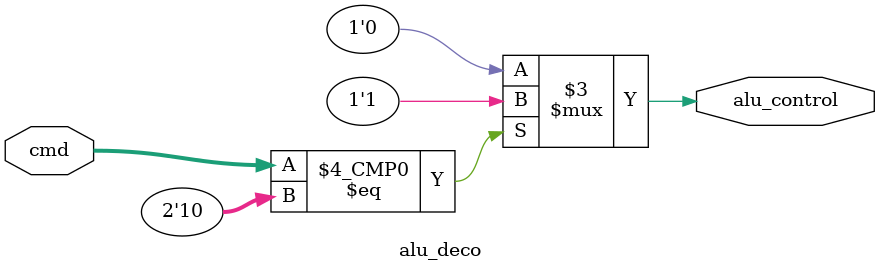
<source format=sv>
module alu_deco(input logic [1:0] cmd, output logic alu_control);

	always_comb
		case(cmd)		
			2'b00: 
				alu_control = 1'b0;				
			2'b01:
				alu_control = 1'b0;	
			2'b10:
				alu_control = 1'b1;
		default:
				alu_control = 1'b0;			
		endcase

endmodule 
</source>
